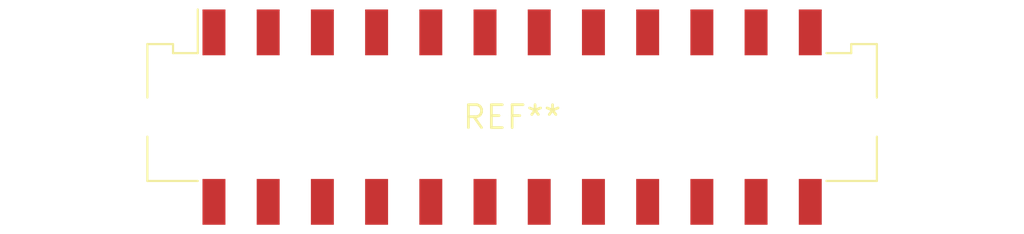
<source format=kicad_pcb>
(kicad_pcb (version 20240108) (generator pcbnew)
  (layers (0 "F.Cu" signal) (31 "B.Cu" signal) (34 "B.Paste" user) (35 "F.Paste" user) (36 "B.SilkS" user "B.Silkscreen") (37 "F.SilkS" user "F.Silkscreen") (38 "B.Mask" user) (39 "F.Mask" user) (44 "Edge.Cuts" user))
  (net 0 "")
  (footprint "Molex_Micro-Fit_3.0_43045-2415_2x12_P3.00mm_Vertical" (layer "F.Cu") (at 0 0)
    (property "Reference" "REF**")
    (property "Value" "Molex_Micro-Fit_3.0_43045-2415_2x12_P3.00mm_Vertical")
    (fp_line (start -20.185 -4.05) (end -18.765 -4.05) (layer "F.SilkS") (stroke (width 0.12)))
    (fp_line (start -20.185 -1.085) (end -20.185 -4.05) (layer "F.SilkS") (stroke (width 0.12)))
    (fp_line (start -20.185 1.085) (end -20.185 3.54) (layer "F.SilkS") (stroke (width 0.12)))
    (fp_line (start -20.185 3.54) (end -17.395 3.54) (layer "F.SilkS") (stroke (width 0.12)))
    (fp_line (start -18.765 -4.05) (end -18.765 -3.55) (layer "F.SilkS") (stroke (width 0.12)))
    (fp_line (start -18.765 -3.55) (end -17.395 -3.55) (layer "F.SilkS") (stroke (width 0.12)))
    (fp_line (start -17.395 -3.55) (end -17.395 -5.97) (layer "F.SilkS") (stroke (width 0.12)))
    (fp_line (start 18.765 -4.05) (end 18.765 -3.55) (layer "F.SilkS") (stroke (width 0.12)))
    (fp_line (start 18.765 -3.55) (end 17.395 -3.55) (layer "F.SilkS") (stroke (width 0.12)))
    (fp_line (start 20.185 -4.05) (end 18.765 -4.05) (layer "F.SilkS") (stroke (width 0.12)))
    (fp_line (start 20.185 -1.085) (end 20.185 -4.05) (layer "F.SilkS") (stroke (width 0.12)))
    (fp_line (start 20.185 1.085) (end 20.185 3.54) (layer "F.SilkS") (stroke (width 0.12)))
    (fp_line (start 20.185 3.54) (end 17.395 3.54) (layer "F.SilkS") (stroke (width 0.12)))
    (pad "" np_thru_hole circle (at -18.65 0) (size 2.41 2.41) (drill 2.41) (layers *.Cu *.Mask))
    (pad "" np_thru_hole circle (at 18.65 0) (size 2.41 2.41) (drill 2.41) (layers *.Cu *.Mask))
    (pad "1" smd rect (at -16.5 -4.7) (size 1.27 2.54) (layers "F.Cu" "F.Paste" "F.Mask"))
    (pad "2" smd rect (at -13.5 -4.7) (size 1.27 2.54) (layers "F.Cu" "F.Paste" "F.Mask"))
    (pad "3" smd rect (at -10.5 -4.7) (size 1.27 2.54) (layers "F.Cu" "F.Paste" "F.Mask"))
    (pad "4" smd rect (at -7.5 -4.7) (size 1.27 2.54) (layers "F.Cu" "F.Paste" "F.Mask"))
    (pad "5" smd rect (at -4.5 -4.7) (size 1.27 2.54) (layers "F.Cu" "F.Paste" "F.Mask"))
    (pad "6" smd rect (at -1.5 -4.7) (size 1.27 2.54) (layers "F.Cu" "F.Paste" "F.Mask"))
    (pad "7" smd rect (at 1.5 -4.7) (size 1.27 2.54) (layers "F.Cu" "F.Paste" "F.Mask"))
    (pad "8" smd rect (at 4.5 -4.7) (size 1.27 2.54) (layers "F.Cu" "F.Paste" "F.Mask"))
    (pad "9" smd rect (at 7.5 -4.7) (size 1.27 2.54) (layers "F.Cu" "F.Paste" "F.Mask"))
    (pad "10" smd rect (at 10.5 -4.7) (size 1.27 2.54) (layers "F.Cu" "F.Paste" "F.Mask"))
    (pad "11" smd rect (at 13.5 -4.7) (size 1.27 2.54) (layers "F.Cu" "F.Paste" "F.Mask"))
    (pad "12" smd rect (at 16.5 -4.7) (size 1.27 2.54) (layers "F.Cu" "F.Paste" "F.Mask"))
    (pad "13" smd rect (at -16.5 4.7) (size 1.27 2.54) (layers "F.Cu" "F.Paste" "F.Mask"))
    (pad "14" smd rect (at -13.5 4.7) (size 1.27 2.54) (layers "F.Cu" "F.Paste" "F.Mask"))
    (pad "15" smd rect (at -10.5 4.7) (size 1.27 2.54) (layers "F.Cu" "F.Paste" "F.Mask"))
    (pad "16" smd rect (at -7.5 4.7) (size 1.27 2.54) (layers "F.Cu" "F.Paste" "F.Mask"))
    (pad "17" smd rect (at -4.5 4.7) (size 1.27 2.54) (layers "F.Cu" "F.Paste" "F.Mask"))
    (pad "18" smd rect (at -1.5 4.7) (size 1.27 2.54) (layers "F.Cu" "F.Paste" "F.Mask"))
    (pad "19" smd rect (at 1.5 4.7) (size 1.27 2.54) (layers "F.Cu" "F.Paste" "F.Mask"))
    (pad "20" smd rect (at 4.5 4.7) (size 1.27 2.54) (layers "F.Cu" "F.Paste" "F.Mask"))
    (pad "21" smd rect (at 7.5 4.7) (size 1.27 2.54) (layers "F.Cu" "F.Paste" "F.Mask"))
    (pad "22" smd rect (at 10.5 4.7) (size 1.27 2.54) (layers "F.Cu" "F.Paste" "F.Mask"))
    (pad "23" smd rect (at 13.5 4.7) (size 1.27 2.54) (layers "F.Cu" "F.Paste" "F.Mask"))
    (pad "24" smd rect (at 16.5 4.7) (size 1.27 2.54) (layers "F.Cu" "F.Paste" "F.Mask"))
  )
)
</source>
